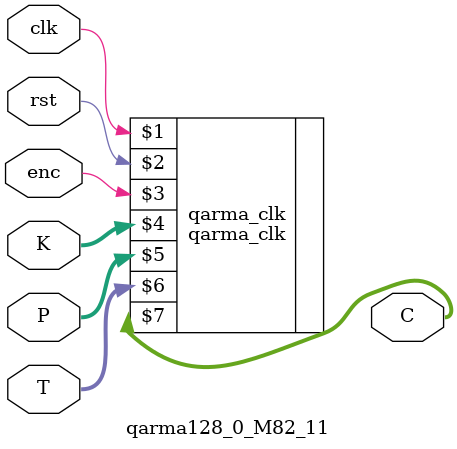
<source format=v>
module qarma128_0_M82_11(
	input clk,
	input rst,
	input enc,
	input wire [2*128-1:0] K,
	input wire [128-1:0] P,
	input wire [128-1:0] T,
	output wire [128-1:0] C
);

qarma_clk qarma_clk(clk, rst, enc, K, P, T, C);
endmodule
</source>
